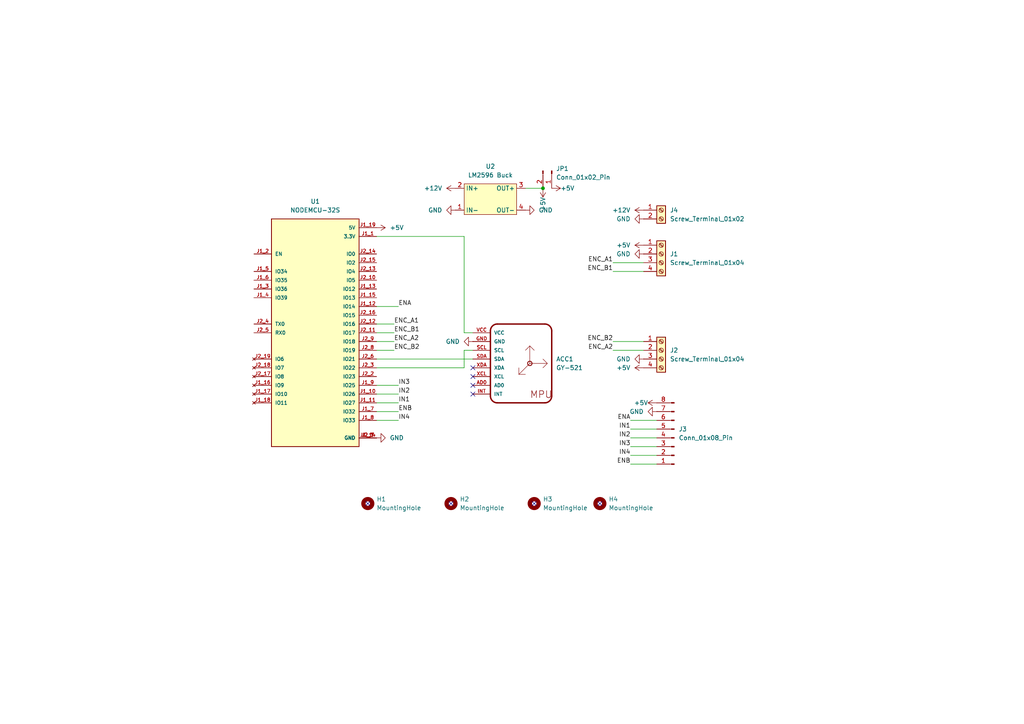
<source format=kicad_sch>
(kicad_sch (version 20250114) (generator "eeschema") (generator_version "9.0")
  (paper "A4")
  (lib_symbols
    (symbol "Connector:Conn_01x02_Pin" (pin_names (offset 1.016) (hide yes))
      (property "Reference" "J" (at 0 2.54 0))
      (property "Value" "Conn_01x02_Pin" (at 0 -5.08 0))
      (symbol "Conn_01x02_Pin_1_1"
        (rectangle (start 0.8636 0.127) (end 0 -0.127) (stroke (width 0.1524)) (fill (type outline)))
        (rectangle (start 0.8636 -2.413) (end 0 -2.667) (stroke (width 0.1524)) (fill (type outline)))
        (polyline (pts (xy 1.27 0) (xy 0.8636 0)) (stroke (width 0.1524)))
        (polyline (pts (xy 1.27 -2.54) (xy 0.8636 -2.54)) (stroke (width 0.1524)))
        (pin passive line (at 5.08 0 180) (length 3.81) (name "Pin_1") (number "1"))
        (pin passive line (at 5.08 -2.54 180) (length 3.81) (name "Pin_2") (number "2"))
      )
    )
    (symbol "Connector:Conn_01x08_Pin" (pin_names (offset 1.016) (hide yes))
      (property "Reference" "J" (at 0 10.16 0))
      (property "Value" "Conn_01x08_Pin" (at 0 -12.7 0))
      (symbol "Conn_01x08_Pin_1_1"
        (rectangle (start 0.8636 7.747) (end 0 7.493) (stroke (width 0.1524)) (fill (type outline)))
        (rectangle (start 0.8636 5.207) (end 0 4.953) (stroke (width 0.1524)) (fill (type outline)))
        (rectangle (start 0.8636 2.667) (end 0 2.413) (stroke (width 0.1524)) (fill (type outline)))
        (rectangle (start 0.8636 0.127) (end 0 -0.127) (stroke (width 0.1524)) (fill (type outline)))
        (rectangle (start 0.8636 -2.413) (end 0 -2.667) (stroke (width 0.1524)) (fill (type outline)))
        (rectangle (start 0.8636 -4.953) (end 0 -5.207) (stroke (width 0.1524)) (fill (type outline)))
        (rectangle (start 0.8636 -7.493) (end 0 -7.747) (stroke (width 0.1524)) (fill (type outline)))
        (rectangle (start 0.8636 -10.033) (end 0 -10.287) (stroke (width 0.1524)) (fill (type outline)))
        (polyline (pts (xy 1.27 7.62) (xy 0.8636 7.62)) (stroke (width 0.1524)))
        (polyline (pts (xy 1.27 5.08) (xy 0.8636 5.08)) (stroke (width 0.1524)))
        (polyline (pts (xy 1.27 2.54) (xy 0.8636 2.54)) (stroke (width 0.1524)))
        (polyline (pts (xy 1.27 0) (xy 0.8636 0)) (stroke (width 0.1524)))
        (polyline (pts (xy 1.27 -2.54) (xy 0.8636 -2.54)) (stroke (width 0.1524)))
        (polyline (pts (xy 1.27 -5.08) (xy 0.8636 -5.08)) (stroke (width 0.1524)))
        (polyline (pts (xy 1.27 -7.62) (xy 0.8636 -7.62)) (stroke (width 0.1524)))
        (polyline (pts (xy 1.27 -10.16) (xy 0.8636 -10.16)) (stroke (width 0.1524)))
        (pin passive line (at 5.08 7.62 180) (length 3.81) (name "Pin_1") (number "1"))
        (pin passive line (at 5.08 5.08 180) (length 3.81) (name "Pin_2") (number "2"))
        (pin passive line (at 5.08 2.54 180) (length 3.81) (name "Pin_3") (number "3"))
        (pin passive line (at 5.08 0 180) (length 3.81) (name "Pin_4") (number "4"))
        (pin passive line (at 5.08 -2.54 180) (length 3.81) (name "Pin_5") (number "5"))
        (pin passive line (at 5.08 -5.08 180) (length 3.81) (name "Pin_6") (number "6"))
        (pin passive line (at 5.08 -7.62 180) (length 3.81) (name "Pin_7") (number "7"))
        (pin passive line (at 5.08 -10.16 180) (length 3.81) (name "Pin_8") (number "8"))
      )
    )
    (symbol "Connector:Screw_Terminal_01x02" (pin_names (offset 1.016) (hide yes))
      (property "Reference" "J" (at 0 2.54 0))
      (property "Value" "Screw_Terminal_01x02" (at 0 -5.08 0))
      (symbol "Screw_Terminal_01x02_1_1"
        (rectangle (start -1.27 1.27) (end 1.27 -3.81) (stroke (width 0.254)) (fill (type background)))
        (polyline (pts (xy -0.5334 0.3302) (xy 0.3302 -0.508)) (stroke (width 0.1524)))
        (polyline (pts (xy -0.5334 -2.2098) (xy 0.3302 -3.048)) (stroke (width 0.1524)))
        (polyline (pts (xy -0.3556 0.508) (xy 0.508 -0.3302)) (stroke (width 0.1524)))
        (polyline (pts (xy -0.3556 -2.032) (xy 0.508 -2.8702)) (stroke (width 0.1524)))
        (circle (center 0 0) (radius 0.635) (stroke (width 0.1524)))
        (circle (center 0 -2.54) (radius 0.635) (stroke (width 0.1524)))
        (pin passive line (at -5.08 0 0) (length 3.81) (name "Pin_1") (number "1"))
        (pin passive line (at -5.08 -2.54 0) (length 3.81) (name "Pin_2") (number "2"))
      )
    )
    (symbol "Connector:Screw_Terminal_01x04" (pin_names (offset 1.016) (hide yes))
      (property "Reference" "J" (at 0 5.08 0))
      (property "Value" "Screw_Terminal_01x04" (at 0 -7.62 0))
      (symbol "Screw_Terminal_01x04_1_1"
        (rectangle (start -1.27 3.81) (end 1.27 -6.35) (stroke (width 0.254)) (fill (type background)))
        (polyline (pts (xy -0.5334 2.8702) (xy 0.3302 2.032)) (stroke (width 0.1524)))
        (polyline (pts (xy -0.5334 0.3302) (xy 0.3302 -0.508)) (stroke (width 0.1524)))
        (polyline (pts (xy -0.5334 -2.2098) (xy 0.3302 -3.048)) (stroke (width 0.1524)))
        (polyline (pts (xy -0.5334 -4.7498) (xy 0.3302 -5.588)) (stroke (width 0.1524)))
        (polyline (pts (xy -0.3556 3.048) (xy 0.508 2.2098)) (stroke (width 0.1524)))
        (polyline (pts (xy -0.3556 0.508) (xy 0.508 -0.3302)) (stroke (width 0.1524)))
        (polyline (pts (xy -0.3556 -2.032) (xy 0.508 -2.8702)) (stroke (width 0.1524)))
        (polyline (pts (xy -0.3556 -4.572) (xy 0.508 -5.4102)) (stroke (width 0.1524)))
        (circle (center 0 2.54) (radius 0.635) (stroke (width 0.1524)))
        (circle (center 0 0) (radius 0.635) (stroke (width 0.1524)))
        (circle (center 0 -2.54) (radius 0.635) (stroke (width 0.1524)))
        (circle (center 0 -5.08) (radius 0.635) (stroke (width 0.1524)))
        (pin passive line (at -5.08 2.54 0) (length 3.81) (name "Pin_1") (number "1"))
        (pin passive line (at -5.08 0 0) (length 3.81) (name "Pin_2") (number "2"))
        (pin passive line (at -5.08 -2.54 0) (length 3.81) (name "Pin_3") (number "3"))
        (pin passive line (at -5.08 -5.08 0) (length 3.81) (name "Pin_4") (number "4"))
      )
    )
    (symbol "GY-521:GY-521" (pin_names (offset 1.016))
      (property "Reference" "ACC" (at -9.652 11.938 0))
      (property "Value" "GY-521" (at 4.572 -11.938 0))
      (symbol "GY-521_0_0"
        (polyline (pts (xy -11.43 -9.43) (xy -11.43 9.43)) (stroke (width 0.4064)))
        (polyline (pts (xy -9.43 11.43) (xy 4.35 11.43)) (stroke (width 0.4064)))
        (arc (start -11.43 9.43) (mid -10.8442 10.8442) (end -9.43 11.43) (stroke (width 0.4064)))
        (arc (start -9.43 -11.43) (mid -10.8442 -10.8442) (end -11.43 -9.43) (stroke (width 0.4064)))
        (polyline (pts (xy -3.175 -3.175) (xy -3.175 -1.27)) (stroke (width 0.127)))
        (polyline (pts (xy -3.175 -3.175) (xy -1.27 -3.175)) (stroke (width 0.127)))
        (polyline (pts (xy 0 5.08) (xy -1.27 3.81)) (stroke (width 0.127)))
        (polyline (pts (xy 0 0) (xy -3.175 -3.175)) (stroke (width 0.127)))
        (polyline (pts (xy 0 0) (xy 0 5.08)) (stroke (width 0.127)))
        (polyline (pts (xy 0 0) (xy 5.08 0)) (stroke (width 0.127)))
        (circle (center 0 0) (radius 0.635) (stroke (width 0.254)))
        (polyline (pts (xy 1.27 3.81) (xy 0 5.08)) (stroke (width 0.127)))
        (polyline (pts (xy 3.81 1.27) (xy 5.08 0)) (stroke (width 0.127)))
        (arc (start 4.35 11.43) (mid 5.7642 10.8442) (end 6.35 9.43) (stroke (width 0.4064)))
        (arc (start 6.35 -9.43) (mid 5.7642 -10.8442) (end 4.35 -11.43) (stroke (width 0.4064)))
        (polyline (pts (xy 4.35 -11.43) (xy -9.43 -11.43)) (stroke (width 0.4064)))
        (polyline (pts (xy 5.08 0) (xy 3.81 -1.27)) (stroke (width 0.127)))
        (polyline (pts (xy 6.35 9.43) (xy 6.35 -9.43)) (stroke (width 0.4064)))
        (text "MPU" (at 0 -10.16 0) (effects (font (size 2 2)) (justify left bottom)))
        (pin power_in line (at -16.51 8.89 0) (length 5.08) (name "VCC") (number "VCC"))
        (pin power_in line (at -16.51 6.35 0) (length 5.08) (name "GND") (number "GND"))
        (pin bidirectional line (at -16.51 3.81 0) (length 5.08) (name "SCL") (number "SCL"))
        (pin bidirectional line (at -16.51 1.27 0) (length 5.08) (name "SDA") (number "SDA"))
        (pin bidirectional line (at -16.51 -1.27 0) (length 5.08) (name "XDA") (number "XDA"))
        (pin bidirectional line (at -16.51 -3.81 0) (length 5.08) (name "XCL") (number "XCL"))
        (pin bidirectional line (at -16.51 -6.35 0) (length 5.08) (name "AD0") (number "AD0"))
        (pin bidirectional line (at -16.51 -8.89 0) (length 5.08) (name "INT") (number "INT"))
      )
    )
    (symbol "Mechanical:MountingHole" (pin_names (offset 1.016)) (in_bom no)
      (property "Reference" "H" (at 0 5.08 0))
      (property "Value" "MountingHole" (at 0 3.175 0))
      (symbol "MountingHole_0_1"
        (circle (center 0 0) (radius 1.27) (stroke (width 1.27)))
      )
    )
    (symbol "NODEMCU-32S:NODEMCU-32S" (pin_names (offset 1.016))
      (property "Reference" "U" (at -12.7 33.782 0))
      (property "Value" "NODEMCU-32S" (at -12.7 -35.56 0))
      (symbol "NODEMCU-32S_0_0"
        (rectangle (start -12.7 -33.02) (end 12.7 33.02) (stroke (width 0.254)) (fill (type background)))
        (pin input line (at -17.78 22.86 0) (length 5.08) (name "EN") (number "J1_2"))
        (pin input line (at -17.78 17.78 0) (length 5.08) (name "IO34") (number "J1_5"))
        (pin input line (at -17.78 15.24 0) (length 5.08) (name "IO35") (number "J1_6"))
        (pin input line (at -17.78 12.7 0) (length 5.08) (name "IO36") (number "J1_3"))
        (pin input line (at -17.78 10.16 0) (length 5.08) (name "IO39") (number "J1_4"))
        (pin bidirectional line (at -17.78 2.54 0) (length 5.08) (name "TX0") (number "J2_4"))
        (pin bidirectional line (at -17.78 0 0) (length 5.08) (name "RX0") (number "J2_5"))
        (pin no_connect line (at -17.78 -7.62 0) (length 5.08) (name "IO6") (number "J2_19"))
        (pin no_connect line (at -17.78 -10.16 0) (length 5.08) (name "IO7") (number "J2_18"))
        (pin no_connect line (at -17.78 -12.7 0) (length 5.08) (name "IO8") (number "J2_17"))
        (pin no_connect line (at -17.78 -15.24 0) (length 5.08) (name "IO9") (number "J1_16"))
        (pin no_connect line (at -17.78 -17.78 0) (length 5.08) (name "IO10") (number "J1_17"))
        (pin no_connect line (at -17.78 -20.32 0) (length 5.08) (name "IO11") (number "J1_18"))
        (pin power_in line (at 17.78 30.48 180) (length 5.08) (name "5V") (number "J1_19"))
        (pin power_in line (at 17.78 27.94 180) (length 5.08) (name "3.3V") (number "J1_1"))
        (pin bidirectional line (at 17.78 22.86 180) (length 5.08) (name "IO0") (number "J2_14"))
        (pin bidirectional line (at 17.78 20.32 180) (length 5.08) (name "IO2") (number "J2_15"))
        (pin bidirectional line (at 17.78 17.78 180) (length 5.08) (name "IO4") (number "J2_13"))
        (pin bidirectional line (at 17.78 15.24 180) (length 5.08) (name "IO5") (number "J2_10"))
        (pin bidirectional line (at 17.78 12.7 180) (length 5.08) (name "IO12") (number "J1_13"))
        (pin bidirectional line (at 17.78 10.16 180) (length 5.08) (name "IO13") (number "J1_15"))
        (pin bidirectional line (at 17.78 7.62 180) (length 5.08) (name "IO14") (number "J1_12"))
        (pin bidirectional line (at 17.78 5.08 180) (length 5.08) (name "IO15") (number "J2_16"))
        (pin bidirectional line (at 17.78 2.54 180) (length 5.08) (name "IO16") (number "J2_12"))
        (pin bidirectional line (at 17.78 0 180) (length 5.08) (name "IO17") (number "J2_11"))
        (pin bidirectional line (at 17.78 -2.54 180) (length 5.08) (name "IO18") (number "J2_9"))
        (pin bidirectional line (at 17.78 -5.08 180) (length 5.08) (name "IO19") (number "J2_8"))
        (pin bidirectional line (at 17.78 -7.62 180) (length 5.08) (name "IO21") (number "J2_6"))
        (pin bidirectional line (at 17.78 -10.16 180) (length 5.08) (name "IO22") (number "J2_3"))
        (pin bidirectional line (at 17.78 -12.7 180) (length 5.08) (name "IO23") (number "J2_2"))
        (pin bidirectional line (at 17.78 -15.24 180) (length 5.08) (name "IO25") (number "J1_9"))
        (pin bidirectional line (at 17.78 -17.78 180) (length 5.08) (name "IO26") (number "J1_10"))
        (pin bidirectional line (at 17.78 -20.32 180) (length 5.08) (name "IO27") (number "J1_11"))
        (pin bidirectional line (at 17.78 -22.86 180) (length 5.08) (name "IO32") (number "J1_7"))
        (pin bidirectional line (at 17.78 -25.4 180) (length 5.08) (name "IO33") (number "J1_8"))
        (pin power_in line (at 17.78 -30.48 180) (length 5.08) (name "GND") (number "J1_14"))
        (pin power_in line (at 17.78 -30.48 180) (length 5.08) (name "GND") (number "J2_1"))
        (pin power_in line (at 17.78 -30.48 180) (length 5.08) (name "GND") (number "J2_7"))
      )
    )
    (symbol "Regulator_Switching:LM2596-MC00100-Module"
      (property "Reference" "U" (at 0 1.27 0))
      (property "Value" "LM2596" (at 0 -1.524 0))
      (symbol "LM2596-MC00100-Module_1_1"
        (rectangle (start -7.62 3.81) (end 7.62 -5.08) (fill (type background)))
        (pin input line (at -10.16 2.54 0) (length 2.54) (name "IN+") (number "2"))
        (pin input line (at -10.16 -3.81 0) (length 2.54) (name "IN-") (number "1"))
        (pin output line (at 10.16 2.54 180) (length 2.54) (name "OUT+") (number "3"))
        (pin output line (at 10.16 -3.81 180) (length 2.54) (name "OUT-") (number "4"))
      )
    )
    (symbol "power:+12V" (power) (pin_numbers (hide yes)) (pin_names (offset 0) (hide yes))
      (property "Value" "+12V" (at 0 3.556 0))
      (symbol "+12V_0_1"
        (polyline (pts (xy -0.762 1.27) (xy 0 2.54)))
        (polyline (pts (xy 0 2.54) (xy 0.762 1.27)))
        (polyline (pts (xy 0 0) (xy 0 2.54)))
      )
      (symbol "+12V_1_1"
        (pin power_in line (at 0 0 90) (length 0) (name "~") (number "1"))
      )
    )
    (symbol "power:+5V" (power) (pin_numbers (hide yes)) (pin_names (offset 0) (hide yes))
      (property "Value" "+5V" (at 0 3.556 0))
      (symbol "+5V_0_1"
        (polyline (pts (xy -0.762 1.27) (xy 0 2.54)))
        (polyline (pts (xy 0 2.54) (xy 0.762 1.27)))
        (polyline (pts (xy 0 0) (xy 0 2.54)))
      )
      (symbol "+5V_1_1"
        (pin power_in line (at 0 0 90) (length 0) (name "~") (number "1"))
      )
    )
    (symbol "power:GND" (power) (pin_numbers (hide yes)) (pin_names (offset 0) (hide yes))
      (property "Value" "GND" (at 0 -3.81 0))
      (symbol "GND_0_1"
        (polyline (pts (xy 0 0) (xy 0 -1.27) (xy 1.27 -1.27) (xy 0 -2.54) (xy -1.27 -1.27) (xy 0 -1.27)))
      )
      (symbol "GND_1_1"
        (pin power_in line (at 0 0 270) (length 0) (name "~") (number "1"))
      )
    )
  )
  (junction (at 157.48 54.61))
  (no_connect (at 173.99 146.05))
  (no_connect (at 106.68 146.05))
  (no_connect (at 154.94 146.05))
  (no_connect (at 137.16 109.22))
  (no_connect (at 130.81 146.05))
  (no_connect (at 137.16 106.68))
  (no_connect (at 137.16 114.3))
  (no_connect (at 137.16 111.76))
  (wire (pts (xy 182.88 121.92) (xy 190.5 121.92)))
  (wire (pts (xy 182.88 134.62) (xy 190.5 134.62)))
  (wire (pts (xy 115.57 121.92) (xy 109.22 121.92)))
  (wire (pts (xy 177.8 78.74) (xy 186.69 78.74)))
  (wire (pts (xy 182.88 132.08) (xy 190.5 132.08)))
  (wire (pts (xy 109.22 104.14) (xy 137.16 104.14)))
  (wire (pts (xy 114.3 93.98) (xy 109.22 93.98)))
  (wire (pts (xy 182.88 127) (xy 190.5 127)))
  (wire (pts (xy 134.62 68.58) (xy 134.62 96.52)))
  (wire (pts (xy 115.57 116.84) (xy 109.22 116.84)))
  (wire (pts (xy 115.57 111.76) (xy 109.22 111.76)))
  (wire (pts (xy 134.62 96.52) (xy 137.16 96.52)))
  (wire (pts (xy 115.57 88.9) (xy 109.22 88.9)))
  (wire (pts (xy 137.16 101.6) (xy 134.62 101.6)))
  (wire (pts (xy 114.3 99.06) (xy 109.22 99.06)))
  (wire (pts (xy 114.3 101.6) (xy 109.22 101.6)))
  (wire (pts (xy 109.22 68.58) (xy 134.62 68.58)))
  (wire (pts (xy 115.57 119.38) (xy 109.22 119.38)))
  (wire (pts (xy 182.88 124.46) (xy 190.5 124.46)))
  (wire (pts (xy 115.57 114.3) (xy 109.22 114.3)))
  (wire (pts (xy 114.3 96.52) (xy 109.22 96.52)))
  (wire (pts (xy 152.4 54.61) (xy 157.48 54.61)))
  (wire (pts (xy 177.8 99.06) (xy 186.69 99.06)))
  (wire (pts (xy 182.88 129.54) (xy 190.5 129.54)))
  (wire (pts (xy 134.62 101.6) (xy 134.62 106.68)))
  (wire (pts (xy 177.8 101.6) (xy 186.69 101.6)))
  (wire (pts (xy 134.62 106.68) (xy 109.22 106.68)))
  (wire (pts (xy 177.8 76.2) (xy 186.69 76.2)))
  (label "IN4" (at 115.57 121.92 0))
  (label "ENC_A2" (at 114.3 99.06 0))
  (label "ENC_B2" (at 114.3 101.6 0))
  (label "IN1" (at 115.57 116.84 0))
  (label "ENB" (at 115.57 119.38 0))
  (label "IN1" (at 182.88 124.46 180))
  (label "IN3" (at 182.88 129.54 180))
  (label "IN4" (at 182.88 132.08 180))
  (label "ENC_A1" (at 177.8 76.2 180))
  (label "ENC_A2" (at 177.8 101.6 180))
  (label "ENB" (at 182.88 134.62 180))
  (label "IN2" (at 115.57 114.3 0))
  (label "ENC_B1" (at 114.3 96.52 0))
  (label "ENA" (at 115.57 88.9 0))
  (label "IN3" (at 115.57 111.76 0))
  (label "ENA" (at 182.88 121.92 180))
  (label "IN2" (at 182.88 127 180))
  (label "ENC_B2" (at 177.8 99.06 180))
  (label "ENC_A1" (at 114.3 93.98 0))
  (label "ENC_B1" (at 177.8 78.74 180))
  (symbol (lib_id "Connector:Conn_01x02_Pin") (at 160.02 49.53 270) (unit 1)
    (property "Reference" "JP1" (at 161.29 48.8949 90) (effects (justify left)))
    (property "Value" "Conn_01x02_Pin" (at 161.29 51.4349 90) (effects (justify left)))
    (property "Footprint" "Connector_PinHeader_2.54mm:PinHeader_1x02_P2.54mm_Vertical" (effects (hide yes)))
    (property "Description" "Generic connector, single row, 01x02, script generated" (effects (hide yes)))
  )
  (symbol (lib_id "power:+5V") (at 157.48 54.61 180) (unit 1)
    (property "Reference" "#PWR016" (effects (hide yes)))
    (property "Value" "+5V" (at 157.48 59.182 90))
    (property "Description" "Power symbol creates a global label with name \"+5V\"" (effects (hide yes)))
  )
  (symbol (lib_id "Mechanical:MountingHole") (at 130.81 146.05 0) (unit 1) (in_bom no)
    (property "Reference" "H2" (at 133.35 144.7799 0) (effects (justify left)))
    (property "Value" "MountingHole" (at 133.35 147.3199 0) (effects (justify left)))
    (property "Footprint" "MountingHole:MountingHole_3.2mm_M3_Pad" (effects (hide yes)))
    (property "Description" "Mounting Hole without connection" (effects (hide yes)))
  )
  (symbol (lib_id "power:+5V") (at 160.02 54.61 270) (unit 1)
    (property "Reference" "#PWR03" (effects (hide yes)))
    (property "Value" "+5V" (at 164.592 54.61 90))
    (property "Description" "Power symbol creates a global label with name \"+5V\"" (effects (hide yes)))
  )
  (symbol (lib_id "power:GND") (at 186.69 73.66 270) (unit 1)
    (property "Reference" "#PWR012" (effects (hide yes)))
    (property "Value" "GND" (at 182.88 73.6599 90) (effects (justify right)))
    (property "Description" "Power symbol creates a global label with name \"GND\" , ground" (effects (hide yes)))
  )
  (symbol (lib_id "GY-521:GY-521") (at 153.67 105.41 0) (unit 1)
    (property "Reference" "ACC1" (at 161.29 104.1399 0) (effects (justify left)))
    (property "Value" "GY-521" (at 161.29 106.6799 0) (effects (justify left)))
    (property "Footprint" "Sensor_Motion:GY-521" (effects (hide yes)))
    (property "MF" "GODREAM FORDREAM CO., LIMITED" (effects (hide yes)))
    (property "Description_1" "Triple Axis Accelerometer Gyro Breakout" (effects (hide yes)))
    (property "Package" "Package" (effects (hide yes)))
    (property "Price" "None" (effects (hide yes)))
    (property "SnapEDA_Link" "https://www.snapeda.com/parts/GY-521/GODREAM+FORDREAM+CO.%252C+LIMITED/view-part/?ref=snap" (effects (hide yes)))
    (property "MP" "GY-521" (effects (hide yes)))
    (property "Availability" "Not in stock" (effects (hide yes)))
    (property "Check_prices" "https://www.snapeda.com/parts/GY-521/GODREAM+FORDREAM+CO.%252C+LIMITED/view-part/?ref=eda" (effects (hide yes)))
  )
  (symbol (lib_id "NODEMCU-32S:NODEMCU-32S") (at 91.44 96.52 0) (unit 1)
    (property "Reference" "U1" (at 91.44 58.42 0))
    (property "Value" "NODEMCU-32S" (at 91.44 60.96 0))
    (property "Footprint" "RF_Module:ESP32-NODEMCU-32S" (effects (hide yes)))
    (property "MF" "AI-Thinker" (effects (hide yes)))
    (property "MAXIMUM_PACKAGE_HEIGHT" "3.00mm" (effects (hide yes)))
    (property "Package" "Package" (effects (hide yes)))
    (property "Price" "None" (effects (hide yes)))
    (property "Check_prices" "https://www.snapeda.com/parts/NODEMCU-32S/AI-Thinker/view-part/?ref=eda" (effects (hide yes)))
    (property "STANDARD" "Manufacturer Recommendations" (effects (hide yes)))
    (property "PARTREV" "V1" (effects (hide yes)))
    (property "SnapEDA_Link" "https://www.snapeda.com/parts/NODEMCU-32S/AI-Thinker/view-part/?ref=snap" (effects (hide yes)))
    (property "MP" "NODEMCU-32S" (effects (hide yes)))
    (property "Description_1" "WIFI MODULE V1" (effects (hide yes)))
    (property "Availability" "Not in stock" (effects (hide yes)))
    (property "MANUFACTURER" "AI-Thinker" (effects (hide yes)))
  )
  (symbol (lib_id "power:GND") (at 190.5 119.38 270) (unit 1)
    (property "Reference" "#PWR02" (effects (hide yes)))
    (property "Value" "GND" (at 186.69 119.3799 90) (effects (justify right)))
    (property "Description" "Power symbol creates a global label with name \"GND\" , ground" (effects (hide yes)))
  )
  (symbol (lib_id "power:GND") (at 109.22 127 90) (unit 1)
    (property "Reference" "#PWR07" (effects (hide yes)))
    (property "Value" "GND" (at 113.03 126.9999 90) (effects (justify right)))
    (property "Description" "Power symbol creates a global label with name \"GND\" , ground" (effects (hide yes)))
  )
  (symbol (lib_id "Connector:Screw_Terminal_01x04") (at 191.77 101.6 0) (unit 1)
    (property "Reference" "J2" (at 194.31 101.5999 0) (effects (justify left)))
    (property "Value" "Screw_Terminal_01x04" (at 194.31 104.1399 0) (effects (justify left)))
    (property "Footprint" "TerminalBlock:ScrewTerminal_TB007-508-04BE" (effects (hide yes)))
    (property "Description" "Generic screw terminal, single row, 01x04, script generated (kicad-library-utils/schlib/autogen/connector/)" (effects (hide yes)))
  )
  (symbol (lib_id "power:+5V") (at 190.5 116.84 90) (unit 1)
    (property "Reference" "#PWR01" (effects (hide yes)))
    (property "Value" "+5V" (at 185.928 116.84 90))
    (property "Description" "Power symbol creates a global label with name \"+5V\"" (effects (hide yes)))
  )
  (symbol (lib_id "Mechanical:MountingHole") (at 173.99 146.05 0) (unit 1) (in_bom no)
    (property "Reference" "H4" (at 176.53 144.7799 0) (effects (justify left)))
    (property "Value" "MountingHole" (at 176.53 147.3199 0) (effects (justify left)))
    (property "Footprint" "MountingHole:MountingHole_3.2mm_M3_Pad" (effects (hide yes)))
    (property "Description" "Mounting Hole without connection" (effects (hide yes)))
  )
  (symbol (lib_id "power:GND") (at 152.4 60.96 90) (unit 1)
    (property "Reference" "#PWR05" (effects (hide yes)))
    (property "Value" "GND" (at 156.21 60.9599 90) (effects (justify right)))
    (property "Description" "Power symbol creates a global label with name \"GND\" , ground" (effects (hide yes)))
  )
  (symbol (lib_id "Connector:Conn_01x08_Pin") (at 195.58 127 180) (unit 1)
    (property "Reference" "J3" (at 196.85 124.4599 0) (effects (justify right)))
    (property "Value" "Conn_01x08_Pin" (at 196.85 126.9999 0) (effects (justify right)))
    (property "Footprint" "Connector_PinHeader_2.54mm:PinHeader_1x08_P2.54mm_Vertical" (effects (hide yes)))
    (property "Description" "Generic connector, single row, 01x08, script generated" (effects (hide yes)))
  )
  (symbol (lib_id "Regulator_Switching:LM2596-MC00100-Module") (at 142.24 57.15 0) (unit 1)
    (property "Reference" "U2" (at 142.24 48.26 0))
    (property "Value" "LM2596 Buck" (at 142.24 50.8 0))
    (property "Footprint" "Module:LM2596 WC00100 Module" (effects (hide yes)))
  )
  (symbol (lib_id "power:+12V") (at 186.69 60.96 90) (unit 1)
    (property "Reference" "#PWR014" (effects (hide yes)))
    (property "Value" "+12V" (at 182.88 60.9599 90) (effects (justify left)))
    (property "Description" "Power symbol creates a global label with name \"+12V\"" (effects (hide yes)))
  )
  (symbol (lib_id "power:GND") (at 137.16 99.06 270) (unit 1)
    (property "Reference" "#PWR08" (effects (hide yes)))
    (property "Value" "GND" (at 133.35 99.0599 90) (effects (justify right)))
    (property "Description" "Power symbol creates a global label with name \"GND\" , ground" (effects (hide yes)))
  )
  (symbol (lib_id "power:+12V") (at 132.08 54.61 90) (unit 1)
    (property "Reference" "#PWR010" (effects (hide yes)))
    (property "Value" "+12V" (at 128.27 54.6099 90) (effects (justify left)))
    (property "Description" "Power symbol creates a global label with name \"+12V\"" (effects (hide yes)))
  )
  (symbol (lib_id "power:GND") (at 186.69 104.14 270) (unit 1)
    (property "Reference" "#PWR013" (effects (hide yes)))
    (property "Value" "GND" (at 182.88 104.1399 90) (effects (justify right)))
    (property "Description" "Power symbol creates a global label with name \"GND\" , ground" (effects (hide yes)))
  )
  (symbol (lib_id "Connector:Screw_Terminal_01x04") (at 191.77 73.66 0) (unit 1)
    (property "Reference" "J1" (at 194.31 73.6599 0) (effects (justify left)))
    (property "Value" "Screw_Terminal_01x04" (at 194.31 76.1999 0) (effects (justify left)))
    (property "Footprint" "TerminalBlock:ScrewTerminal_TB007-508-04BE" (effects (hide yes)))
    (property "Description" "Generic screw terminal, single row, 01x04, script generated (kicad-library-utils/schlib/autogen/connector/)" (effects (hide yes)))
  )
  (symbol (lib_id "Connector:Screw_Terminal_01x02") (at 191.77 60.96 0) (unit 1)
    (property "Reference" "J4" (at 194.31 60.9599 0) (effects (justify left)))
    (property "Value" "Screw_Terminal_01x02" (at 194.31 63.4999 0) (effects (justify left)))
    (property "Footprint" "TerminalBlock:ScrewTerminal_TB007-508-02BE" (effects (hide yes)))
    (property "Description" "Generic screw terminal, single row, 01x02, script generated (kicad-library-utils/schlib/autogen/connector/)" (effects (hide yes)))
  )
  (symbol (lib_id "Mechanical:MountingHole") (at 154.94 146.05 0) (unit 1) (in_bom no)
    (property "Reference" "H3" (at 157.48 144.7799 0) (effects (justify left)))
    (property "Value" "MountingHole" (at 157.48 147.3199 0) (effects (justify left)))
    (property "Footprint" "MountingHole:MountingHole_3.2mm_M3_Pad" (effects (hide yes)))
    (property "Description" "Mounting Hole without connection" (effects (hide yes)))
  )
  (symbol (lib_id "power:+5V") (at 186.69 106.68 90) (unit 1)
    (property "Reference" "#PWR011" (effects (hide yes)))
    (property "Value" "+5V" (at 182.88 106.6799 90) (effects (justify left)))
    (property "Description" "Power symbol creates a global label with name \"+5V\"" (effects (hide yes)))
  )
  (symbol (lib_id "power:+5V") (at 109.22 66.04 270) (unit 1)
    (property "Reference" "#PWR04" (effects (hide yes)))
    (property "Value" "+5V" (at 113.03 66.0399 90) (effects (justify left)))
    (property "Description" "Power symbol creates a global label with name \"+5V\"" (effects (hide yes)))
  )
  (symbol (lib_id "power:+5V") (at 186.69 71.12 90) (unit 1)
    (property "Reference" "#PWR09" (effects (hide yes)))
    (property "Value" "+5V" (at 182.88 71.1199 90) (effects (justify left)))
    (property "Description" "Power symbol creates a global label with name \"+5V\"" (effects (hide yes)))
  )
  (symbol (lib_id "power:GND") (at 186.69 63.5 270) (unit 1)
    (property "Reference" "#PWR015" (effects (hide yes)))
    (property "Value" "GND" (at 182.88 63.4999 90) (effects (justify right)))
    (property "Description" "Power symbol creates a global label with name \"GND\" , ground" (effects (hide yes)))
  )
  (symbol (lib_id "power:GND") (at 132.08 60.96 270) (unit 1)
    (property "Reference" "#PWR06" (effects (hide yes)))
    (property "Value" "GND" (at 128.27 60.9599 90) (effects (justify right)))
    (property "Description" "Power symbol creates a global label with name \"GND\" , ground" (effects (hide yes)))
  )
  (symbol (lib_id "Mechanical:MountingHole") (at 106.68 146.05 0) (unit 1) (in_bom no)
    (property "Reference" "H1" (at 109.22 144.7799 0) (effects (justify left)))
    (property "Value" "MountingHole" (at 109.22 147.3199 0) (effects (justify left)))
    (property "Footprint" "MountingHole:MountingHole_3.2mm_M3_Pad" (effects (hide yes)))
    (property "Description" "Mounting Hole without connection" (effects (hide yes)))
  )
)
</source>
